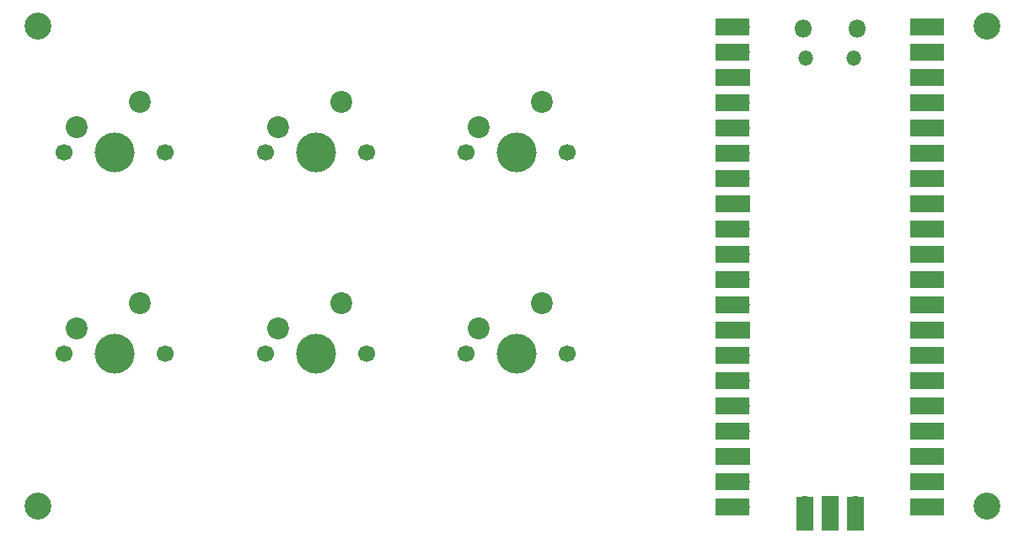
<source format=gbr>
%TF.GenerationSoftware,KiCad,Pcbnew,7.0.1*%
%TF.CreationDate,2023-03-14T08:07:41-04:00*%
%TF.ProjectId,Macropad,4d616372-6f70-4616-942e-6b696361645f,rev?*%
%TF.SameCoordinates,Original*%
%TF.FileFunction,Soldermask,Top*%
%TF.FilePolarity,Negative*%
%FSLAX46Y46*%
G04 Gerber Fmt 4.6, Leading zero omitted, Abs format (unit mm)*
G04 Created by KiCad (PCBNEW 7.0.1) date 2023-03-14 08:07:41*
%MOMM*%
%LPD*%
G01*
G04 APERTURE LIST*
%ADD10C,2.700000*%
%ADD11C,1.700000*%
%ADD12C,4.000000*%
%ADD13C,2.200000*%
%ADD14O,1.800000X1.800000*%
%ADD15O,1.500000X1.500000*%
%ADD16O,1.700000X1.700000*%
%ADD17R,3.500000X1.700000*%
%ADD18R,1.700000X1.700000*%
%ADD19R,1.700000X3.500000*%
G04 APERTURE END LIST*
D10*
%TO.C,REF\u002A\u002A*%
X202000000Y-127000000D03*
%TD*%
%TO.C,REF\u002A\u002A*%
X202000000Y-78740000D03*
%TD*%
%TO.C,REF\u002A\u002A*%
X106680000Y-78740000D03*
%TD*%
%TO.C,REF\u002A\u002A*%
X106680000Y-127000000D03*
%TD*%
D11*
%TO.C,SW6*%
X149740000Y-111640000D03*
D12*
X154820000Y-111640000D03*
D11*
X159900000Y-111640000D03*
D13*
X157360000Y-106560000D03*
X151010000Y-109100000D03*
%TD*%
D14*
%TO.C,U1*%
X183535000Y-78940000D03*
D15*
X183835000Y-81970000D03*
X188685000Y-81970000D03*
D14*
X188985000Y-78940000D03*
D16*
X177370000Y-78810000D03*
D17*
X176470000Y-78810000D03*
D16*
X177370000Y-81350000D03*
D17*
X176470000Y-81350000D03*
D18*
X177370000Y-83890000D03*
D17*
X176470000Y-83890000D03*
D16*
X177370000Y-86430000D03*
D17*
X176470000Y-86430000D03*
D16*
X177370000Y-88970000D03*
D17*
X176470000Y-88970000D03*
D16*
X177370000Y-91510000D03*
D17*
X176470000Y-91510000D03*
D16*
X177370000Y-94050000D03*
D17*
X176470000Y-94050000D03*
D18*
X177370000Y-96590000D03*
D17*
X176470000Y-96590000D03*
D16*
X177370000Y-99130000D03*
D17*
X176470000Y-99130000D03*
D16*
X177370000Y-101670000D03*
D17*
X176470000Y-101670000D03*
D16*
X177370000Y-104210000D03*
D17*
X176470000Y-104210000D03*
D16*
X177370000Y-106750000D03*
D17*
X176470000Y-106750000D03*
D18*
X177370000Y-109290000D03*
D17*
X176470000Y-109290000D03*
D16*
X177370000Y-111830000D03*
D17*
X176470000Y-111830000D03*
D16*
X177370000Y-114370000D03*
D17*
X176470000Y-114370000D03*
D16*
X177370000Y-116910000D03*
D17*
X176470000Y-116910000D03*
D16*
X177370000Y-119450000D03*
D17*
X176470000Y-119450000D03*
D18*
X177370000Y-121990000D03*
D17*
X176470000Y-121990000D03*
D16*
X177370000Y-124530000D03*
D17*
X176470000Y-124530000D03*
D16*
X177370000Y-127070000D03*
D17*
X176470000Y-127070000D03*
D16*
X195150000Y-127070000D03*
D17*
X196050000Y-127070000D03*
D16*
X195150000Y-124530000D03*
D17*
X196050000Y-124530000D03*
D18*
X195150000Y-121990000D03*
D17*
X196050000Y-121990000D03*
D16*
X195150000Y-119450000D03*
D17*
X196050000Y-119450000D03*
D16*
X195150000Y-116910000D03*
D17*
X196050000Y-116910000D03*
D16*
X195150000Y-114370000D03*
D17*
X196050000Y-114370000D03*
D16*
X195150000Y-111830000D03*
D17*
X196050000Y-111830000D03*
D18*
X195150000Y-109290000D03*
D17*
X196050000Y-109290000D03*
D16*
X195150000Y-106750000D03*
D17*
X196050000Y-106750000D03*
D16*
X195150000Y-104210000D03*
D17*
X196050000Y-104210000D03*
D16*
X195150000Y-101670000D03*
D17*
X196050000Y-101670000D03*
D16*
X195150000Y-99130000D03*
D17*
X196050000Y-99130000D03*
D18*
X195150000Y-96590000D03*
D17*
X196050000Y-96590000D03*
D16*
X195150000Y-94050000D03*
D17*
X196050000Y-94050000D03*
D16*
X195150000Y-91510000D03*
D17*
X196050000Y-91510000D03*
D16*
X195150000Y-88970000D03*
D17*
X196050000Y-88970000D03*
D16*
X195150000Y-86430000D03*
D17*
X196050000Y-86430000D03*
D18*
X195150000Y-83890000D03*
D17*
X196050000Y-83890000D03*
D16*
X195150000Y-81350000D03*
D17*
X196050000Y-81350000D03*
D16*
X195150000Y-78810000D03*
D17*
X196050000Y-78810000D03*
D16*
X183720000Y-126840000D03*
D19*
X183720000Y-127740000D03*
D18*
X186260000Y-126840000D03*
D19*
X186260000Y-127740000D03*
D16*
X188800000Y-126840000D03*
D19*
X188800000Y-127740000D03*
%TD*%
D11*
%TO.C,SW5*%
X149740000Y-91440000D03*
D12*
X154820000Y-91440000D03*
D11*
X159900000Y-91440000D03*
D13*
X157360000Y-86360000D03*
X151010000Y-88900000D03*
%TD*%
D11*
%TO.C,SW2*%
X109340000Y-111640000D03*
D12*
X114420000Y-111640000D03*
D11*
X119500000Y-111640000D03*
D13*
X116960000Y-106560000D03*
X110610000Y-109100000D03*
%TD*%
D11*
%TO.C,SW4*%
X129540000Y-111640000D03*
D12*
X134620000Y-111640000D03*
D11*
X139700000Y-111640000D03*
D13*
X137160000Y-106560000D03*
X130810000Y-109100000D03*
%TD*%
D11*
%TO.C,SW3*%
X129540000Y-91440000D03*
D12*
X134620000Y-91440000D03*
D11*
X139700000Y-91440000D03*
D13*
X137160000Y-86360000D03*
X130810000Y-88900000D03*
%TD*%
D11*
%TO.C,SW1*%
X109340000Y-91440000D03*
D12*
X114420000Y-91440000D03*
D11*
X119500000Y-91440000D03*
D13*
X116960000Y-86360000D03*
X110610000Y-88900000D03*
%TD*%
M02*

</source>
